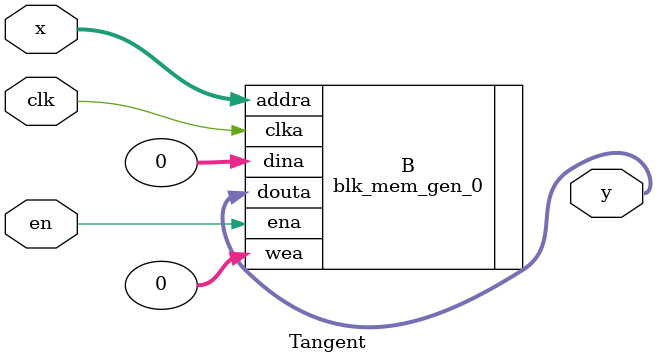
<source format=v>
`timescale 1ns / 1ps


module Tangent(clk,y,x,en

    );
    input [7:0]x;
    input clk,en;
    output [7:0]y;
    
    blk_mem_gen_0 B(.addra(x),.clka(clk),.dina(0),.douta(y),.ena(en),.wea(0));
endmodule

</source>
